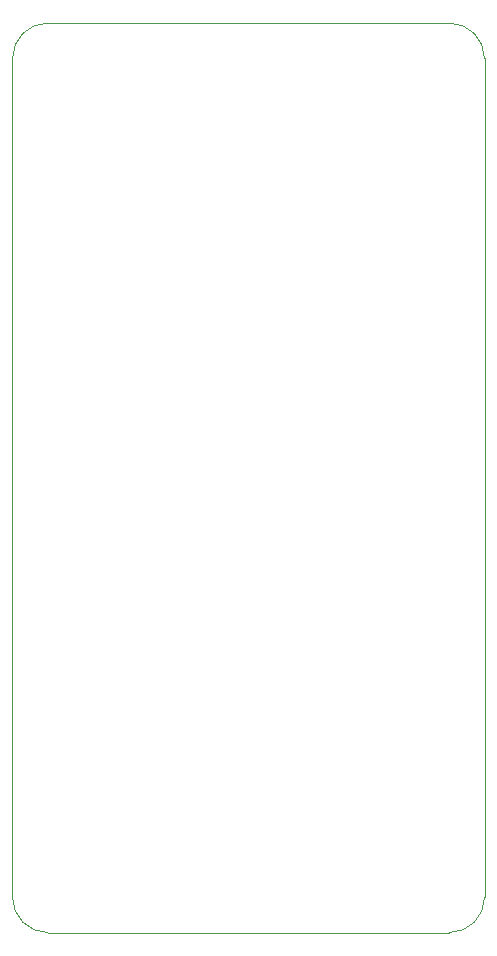
<source format=gbr>
%TF.GenerationSoftware,KiCad,Pcbnew,7.0.7*%
%TF.CreationDate,2024-10-30T15:42:33+00:00*%
%TF.ProjectId,Ponder-Pico2,506f6e64-6572-42d5-9069-636f322e6b69,0.1*%
%TF.SameCoordinates,Original*%
%TF.FileFunction,Profile,NP*%
%FSLAX46Y46*%
G04 Gerber Fmt 4.6, Leading zero omitted, Abs format (unit mm)*
G04 Created by KiCad (PCBNEW 7.0.7) date 2024-10-30 15:42:33*
%MOMM*%
%LPD*%
G01*
G04 APERTURE LIST*
%TA.AperFunction,Profile*%
%ADD10C,0.100000*%
%TD*%
G04 APERTURE END LIST*
D10*
X120600000Y-146987500D02*
X120600000Y-75985000D01*
X160575000Y-75985000D02*
G75*
G03*
X157575000Y-72985000I-3000000J0D01*
G01*
X123600000Y-72985000D02*
G75*
G03*
X120600000Y-75985000I0J-3000000D01*
G01*
X120600000Y-146987500D02*
G75*
G03*
X123612500Y-150000000I3012500J0D01*
G01*
X123600000Y-72985000D02*
X157575000Y-72985000D01*
X157587500Y-150000000D02*
G75*
G03*
X160575000Y-147012500I0J2987500D01*
G01*
X157587500Y-150000000D02*
X123612500Y-150000000D01*
X160575000Y-75985000D02*
X160575000Y-147012500D01*
M02*

</source>
